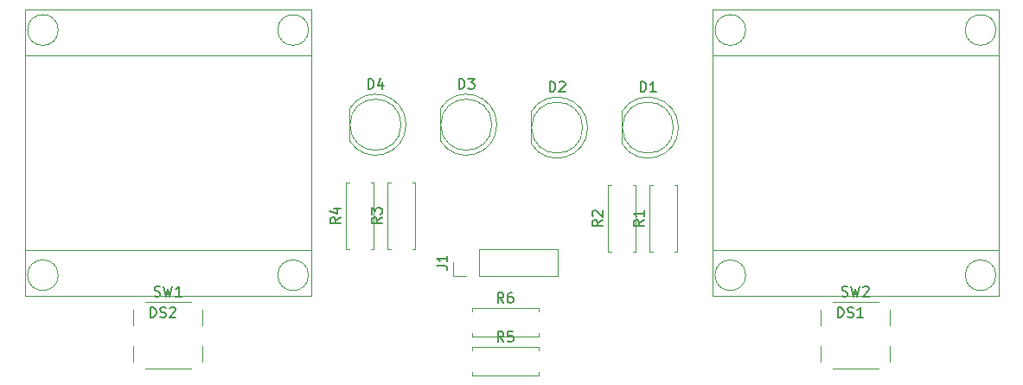
<source format=gbr>
%TF.GenerationSoftware,KiCad,Pcbnew,(6.0.5)*%
%TF.CreationDate,2022-08-06T13:23:44-04:00*%
%TF.ProjectId,RICM Greenpower Instrument Cluster,5249434d-2047-4726-9565-6e706f776572,rev?*%
%TF.SameCoordinates,Original*%
%TF.FileFunction,Legend,Top*%
%TF.FilePolarity,Positive*%
%FSLAX46Y46*%
G04 Gerber Fmt 4.6, Leading zero omitted, Abs format (unit mm)*
G04 Created by KiCad (PCBNEW (6.0.5)) date 2022-08-06 13:23:44*
%MOMM*%
%LPD*%
G01*
G04 APERTURE LIST*
%ADD10C,0.150000*%
%ADD11C,0.120000*%
G04 APERTURE END LIST*
D10*
%TO.C,SW2*%
X79946666Y-26634761D02*
X80089523Y-26682380D01*
X80327619Y-26682380D01*
X80422857Y-26634761D01*
X80470476Y-26587142D01*
X80518095Y-26491904D01*
X80518095Y-26396666D01*
X80470476Y-26301428D01*
X80422857Y-26253809D01*
X80327619Y-26206190D01*
X80137142Y-26158571D01*
X80041904Y-26110952D01*
X79994285Y-26063333D01*
X79946666Y-25968095D01*
X79946666Y-25872857D01*
X79994285Y-25777619D01*
X80041904Y-25730000D01*
X80137142Y-25682380D01*
X80375238Y-25682380D01*
X80518095Y-25730000D01*
X80851428Y-25682380D02*
X81089523Y-26682380D01*
X81280000Y-25968095D01*
X81470476Y-26682380D01*
X81708571Y-25682380D01*
X82041904Y-25777619D02*
X82089523Y-25730000D01*
X82184761Y-25682380D01*
X82422857Y-25682380D01*
X82518095Y-25730000D01*
X82565714Y-25777619D01*
X82613333Y-25872857D01*
X82613333Y-25968095D01*
X82565714Y-26110952D01*
X81994285Y-26682380D01*
X82613333Y-26682380D01*
%TO.C,R3*%
X34912380Y-18962666D02*
X34436190Y-19296000D01*
X34912380Y-19534095D02*
X33912380Y-19534095D01*
X33912380Y-19153142D01*
X33960000Y-19057904D01*
X34007619Y-19010285D01*
X34102857Y-18962666D01*
X34245714Y-18962666D01*
X34340952Y-19010285D01*
X34388571Y-19057904D01*
X34436190Y-19153142D01*
X34436190Y-19534095D01*
X33912380Y-18629333D02*
X33912380Y-18010285D01*
X34293333Y-18343619D01*
X34293333Y-18200761D01*
X34340952Y-18105523D01*
X34388571Y-18057904D01*
X34483809Y-18010285D01*
X34721904Y-18010285D01*
X34817142Y-18057904D01*
X34864761Y-18105523D01*
X34912380Y-18200761D01*
X34912380Y-18486476D01*
X34864761Y-18581714D01*
X34817142Y-18629333D01*
%TO.C,D3*%
X42441904Y-6367380D02*
X42441904Y-5367380D01*
X42680000Y-5367380D01*
X42822857Y-5415000D01*
X42918095Y-5510238D01*
X42965714Y-5605476D01*
X43013333Y-5795952D01*
X43013333Y-5938809D01*
X42965714Y-6129285D01*
X42918095Y-6224523D01*
X42822857Y-6319761D01*
X42680000Y-6367380D01*
X42441904Y-6367380D01*
X43346666Y-5367380D02*
X43965714Y-5367380D01*
X43632380Y-5748333D01*
X43775238Y-5748333D01*
X43870476Y-5795952D01*
X43918095Y-5843571D01*
X43965714Y-5938809D01*
X43965714Y-6176904D01*
X43918095Y-6272142D01*
X43870476Y-6319761D01*
X43775238Y-6367380D01*
X43489523Y-6367380D01*
X43394285Y-6319761D01*
X43346666Y-6272142D01*
%TO.C,SW1*%
X12636666Y-26634761D02*
X12779523Y-26682380D01*
X13017619Y-26682380D01*
X13112857Y-26634761D01*
X13160476Y-26587142D01*
X13208095Y-26491904D01*
X13208095Y-26396666D01*
X13160476Y-26301428D01*
X13112857Y-26253809D01*
X13017619Y-26206190D01*
X12827142Y-26158571D01*
X12731904Y-26110952D01*
X12684285Y-26063333D01*
X12636666Y-25968095D01*
X12636666Y-25872857D01*
X12684285Y-25777619D01*
X12731904Y-25730000D01*
X12827142Y-25682380D01*
X13065238Y-25682380D01*
X13208095Y-25730000D01*
X13541428Y-25682380D02*
X13779523Y-26682380D01*
X13970000Y-25968095D01*
X14160476Y-26682380D01*
X14398571Y-25682380D01*
X15303333Y-26682380D02*
X14731904Y-26682380D01*
X15017619Y-26682380D02*
X15017619Y-25682380D01*
X14922380Y-25825238D01*
X14827142Y-25920476D01*
X14731904Y-25968095D01*
%TO.C,D1*%
X60221904Y-6652380D02*
X60221904Y-5652380D01*
X60460000Y-5652380D01*
X60602857Y-5700000D01*
X60698095Y-5795238D01*
X60745714Y-5890476D01*
X60793333Y-6080952D01*
X60793333Y-6223809D01*
X60745714Y-6414285D01*
X60698095Y-6509523D01*
X60602857Y-6604761D01*
X60460000Y-6652380D01*
X60221904Y-6652380D01*
X61745714Y-6652380D02*
X61174285Y-6652380D01*
X61460000Y-6652380D02*
X61460000Y-5652380D01*
X61364761Y-5795238D01*
X61269523Y-5890476D01*
X61174285Y-5938095D01*
%TO.C,J1*%
X40312380Y-23693333D02*
X41026666Y-23693333D01*
X41169523Y-23740952D01*
X41264761Y-23836190D01*
X41312380Y-23979047D01*
X41312380Y-24074285D01*
X41312380Y-22693333D02*
X41312380Y-23264761D01*
X41312380Y-22979047D02*
X40312380Y-22979047D01*
X40455238Y-23074285D01*
X40550476Y-23169523D01*
X40598095Y-23264761D01*
%TO.C,R1*%
X60566380Y-19216666D02*
X60090190Y-19550000D01*
X60566380Y-19788095D02*
X59566380Y-19788095D01*
X59566380Y-19407142D01*
X59614000Y-19311904D01*
X59661619Y-19264285D01*
X59756857Y-19216666D01*
X59899714Y-19216666D01*
X59994952Y-19264285D01*
X60042571Y-19311904D01*
X60090190Y-19407142D01*
X60090190Y-19788095D01*
X60566380Y-18264285D02*
X60566380Y-18835714D01*
X60566380Y-18550000D02*
X59566380Y-18550000D01*
X59709238Y-18645238D01*
X59804476Y-18740476D01*
X59852095Y-18835714D01*
%TO.C,D2*%
X51331904Y-6652380D02*
X51331904Y-5652380D01*
X51570000Y-5652380D01*
X51712857Y-5700000D01*
X51808095Y-5795238D01*
X51855714Y-5890476D01*
X51903333Y-6080952D01*
X51903333Y-6223809D01*
X51855714Y-6414285D01*
X51808095Y-6509523D01*
X51712857Y-6604761D01*
X51570000Y-6652380D01*
X51331904Y-6652380D01*
X52284285Y-5747619D02*
X52331904Y-5700000D01*
X52427142Y-5652380D01*
X52665238Y-5652380D01*
X52760476Y-5700000D01*
X52808095Y-5747619D01*
X52855714Y-5842857D01*
X52855714Y-5938095D01*
X52808095Y-6080952D01*
X52236666Y-6652380D01*
X52855714Y-6652380D01*
%TO.C,R6*%
X46823333Y-27292380D02*
X46490000Y-26816190D01*
X46251904Y-27292380D02*
X46251904Y-26292380D01*
X46632857Y-26292380D01*
X46728095Y-26340000D01*
X46775714Y-26387619D01*
X46823333Y-26482857D01*
X46823333Y-26625714D01*
X46775714Y-26720952D01*
X46728095Y-26768571D01*
X46632857Y-26816190D01*
X46251904Y-26816190D01*
X47680476Y-26292380D02*
X47490000Y-26292380D01*
X47394761Y-26340000D01*
X47347142Y-26387619D01*
X47251904Y-26530476D01*
X47204285Y-26720952D01*
X47204285Y-27101904D01*
X47251904Y-27197142D01*
X47299523Y-27244761D01*
X47394761Y-27292380D01*
X47585238Y-27292380D01*
X47680476Y-27244761D01*
X47728095Y-27197142D01*
X47775714Y-27101904D01*
X47775714Y-26863809D01*
X47728095Y-26768571D01*
X47680476Y-26720952D01*
X47585238Y-26673333D01*
X47394761Y-26673333D01*
X47299523Y-26720952D01*
X47251904Y-26768571D01*
X47204285Y-26863809D01*
%TO.C,DS2*%
X12235714Y-28727380D02*
X12235714Y-27727380D01*
X12473809Y-27727380D01*
X12616666Y-27775000D01*
X12711904Y-27870238D01*
X12759523Y-27965476D01*
X12807142Y-28155952D01*
X12807142Y-28298809D01*
X12759523Y-28489285D01*
X12711904Y-28584523D01*
X12616666Y-28679761D01*
X12473809Y-28727380D01*
X12235714Y-28727380D01*
X13188095Y-28679761D02*
X13330952Y-28727380D01*
X13569047Y-28727380D01*
X13664285Y-28679761D01*
X13711904Y-28632142D01*
X13759523Y-28536904D01*
X13759523Y-28441666D01*
X13711904Y-28346428D01*
X13664285Y-28298809D01*
X13569047Y-28251190D01*
X13378571Y-28203571D01*
X13283333Y-28155952D01*
X13235714Y-28108333D01*
X13188095Y-28013095D01*
X13188095Y-27917857D01*
X13235714Y-27822619D01*
X13283333Y-27775000D01*
X13378571Y-27727380D01*
X13616666Y-27727380D01*
X13759523Y-27775000D01*
X14140476Y-27822619D02*
X14188095Y-27775000D01*
X14283333Y-27727380D01*
X14521428Y-27727380D01*
X14616666Y-27775000D01*
X14664285Y-27822619D01*
X14711904Y-27917857D01*
X14711904Y-28013095D01*
X14664285Y-28155952D01*
X14092857Y-28727380D01*
X14711904Y-28727380D01*
%TO.C,R4*%
X30848380Y-18962666D02*
X30372190Y-19296000D01*
X30848380Y-19534095D02*
X29848380Y-19534095D01*
X29848380Y-19153142D01*
X29896000Y-19057904D01*
X29943619Y-19010285D01*
X30038857Y-18962666D01*
X30181714Y-18962666D01*
X30276952Y-19010285D01*
X30324571Y-19057904D01*
X30372190Y-19153142D01*
X30372190Y-19534095D01*
X30181714Y-18105523D02*
X30848380Y-18105523D01*
X29800761Y-18343619D02*
X30515047Y-18581714D01*
X30515047Y-17962666D01*
%TO.C,R2*%
X56502380Y-19216666D02*
X56026190Y-19550000D01*
X56502380Y-19788095D02*
X55502380Y-19788095D01*
X55502380Y-19407142D01*
X55550000Y-19311904D01*
X55597619Y-19264285D01*
X55692857Y-19216666D01*
X55835714Y-19216666D01*
X55930952Y-19264285D01*
X55978571Y-19311904D01*
X56026190Y-19407142D01*
X56026190Y-19788095D01*
X55597619Y-18835714D02*
X55550000Y-18788095D01*
X55502380Y-18692857D01*
X55502380Y-18454761D01*
X55550000Y-18359523D01*
X55597619Y-18311904D01*
X55692857Y-18264285D01*
X55788095Y-18264285D01*
X55930952Y-18311904D01*
X56502380Y-18883333D01*
X56502380Y-18264285D01*
%TO.C,R5*%
X46823333Y-31102380D02*
X46490000Y-30626190D01*
X46251904Y-31102380D02*
X46251904Y-30102380D01*
X46632857Y-30102380D01*
X46728095Y-30150000D01*
X46775714Y-30197619D01*
X46823333Y-30292857D01*
X46823333Y-30435714D01*
X46775714Y-30530952D01*
X46728095Y-30578571D01*
X46632857Y-30626190D01*
X46251904Y-30626190D01*
X47728095Y-30102380D02*
X47251904Y-30102380D01*
X47204285Y-30578571D01*
X47251904Y-30530952D01*
X47347142Y-30483333D01*
X47585238Y-30483333D01*
X47680476Y-30530952D01*
X47728095Y-30578571D01*
X47775714Y-30673809D01*
X47775714Y-30911904D01*
X47728095Y-31007142D01*
X47680476Y-31054761D01*
X47585238Y-31102380D01*
X47347142Y-31102380D01*
X47251904Y-31054761D01*
X47204285Y-31007142D01*
%TO.C,DS1*%
X79545714Y-28727380D02*
X79545714Y-27727380D01*
X79783809Y-27727380D01*
X79926666Y-27775000D01*
X80021904Y-27870238D01*
X80069523Y-27965476D01*
X80117142Y-28155952D01*
X80117142Y-28298809D01*
X80069523Y-28489285D01*
X80021904Y-28584523D01*
X79926666Y-28679761D01*
X79783809Y-28727380D01*
X79545714Y-28727380D01*
X80498095Y-28679761D02*
X80640952Y-28727380D01*
X80879047Y-28727380D01*
X80974285Y-28679761D01*
X81021904Y-28632142D01*
X81069523Y-28536904D01*
X81069523Y-28441666D01*
X81021904Y-28346428D01*
X80974285Y-28298809D01*
X80879047Y-28251190D01*
X80688571Y-28203571D01*
X80593333Y-28155952D01*
X80545714Y-28108333D01*
X80498095Y-28013095D01*
X80498095Y-27917857D01*
X80545714Y-27822619D01*
X80593333Y-27775000D01*
X80688571Y-27727380D01*
X80926666Y-27727380D01*
X81069523Y-27775000D01*
X82021904Y-28727380D02*
X81450476Y-28727380D01*
X81736190Y-28727380D02*
X81736190Y-27727380D01*
X81640952Y-27870238D01*
X81545714Y-27965476D01*
X81450476Y-28013095D01*
%TO.C,D4*%
X33551904Y-6367380D02*
X33551904Y-5367380D01*
X33790000Y-5367380D01*
X33932857Y-5415000D01*
X34028095Y-5510238D01*
X34075714Y-5605476D01*
X34123333Y-5795952D01*
X34123333Y-5938809D01*
X34075714Y-6129285D01*
X34028095Y-6224523D01*
X33932857Y-6319761D01*
X33790000Y-6367380D01*
X33551904Y-6367380D01*
X34980476Y-5700714D02*
X34980476Y-6367380D01*
X34742380Y-5319761D02*
X34504285Y-6034047D01*
X35123333Y-6034047D01*
D11*
%TO.C,SW2*%
X83530000Y-27230000D02*
X79030000Y-27230000D01*
X77877600Y-31556000D02*
X77877600Y-33056000D01*
X84634000Y-29476000D02*
X84634000Y-27976000D01*
X79030000Y-33730000D02*
X83530000Y-33730000D01*
X84634000Y-33056000D02*
X84634000Y-31556000D01*
X77877600Y-27976000D02*
X77877600Y-29476000D01*
%TO.C,R3*%
X38200000Y-15526000D02*
X37870000Y-15526000D01*
X38200000Y-22066000D02*
X38200000Y-15526000D01*
X35460000Y-15526000D02*
X35790000Y-15526000D01*
X35790000Y-22066000D02*
X35460000Y-22066000D01*
X35460000Y-22066000D02*
X35460000Y-15526000D01*
X37870000Y-22066000D02*
X38200000Y-22066000D01*
%TO.C,D3*%
X40620000Y-8330000D02*
X40620000Y-11420000D01*
X40620000Y-11419830D02*
G75*
G03*
X46170000Y-9874538I2560000J1544830D01*
G01*
X46170000Y-9875462D02*
G75*
G03*
X40620000Y-8330170I-2990000J462D01*
G01*
X45680000Y-9875000D02*
G75*
G03*
X45680000Y-9875000I-2500000J0D01*
G01*
%TO.C,SW1*%
X10567600Y-27976000D02*
X10567600Y-29476000D01*
X17324000Y-33056000D02*
X17324000Y-31556000D01*
X17324000Y-29476000D02*
X17324000Y-27976000D01*
X16220000Y-27230000D02*
X11720000Y-27230000D01*
X10567600Y-31556000D02*
X10567600Y-33056000D01*
X11720000Y-33730000D02*
X16220000Y-33730000D01*
%TO.C,D1*%
X58400000Y-8615000D02*
X58400000Y-11705000D01*
X58400000Y-11704830D02*
G75*
G03*
X63950000Y-10159538I2560000J1544830D01*
G01*
X63950000Y-10160462D02*
G75*
G03*
X58400000Y-8615170I-2990000J462D01*
G01*
X63460000Y-10160000D02*
G75*
G03*
X63460000Y-10160000I-2500000J0D01*
G01*
%TO.C,J1*%
X43190000Y-24690000D02*
X41860000Y-24690000D01*
X44460000Y-24690000D02*
X52140000Y-24690000D01*
X52140000Y-24690000D02*
X52140000Y-22030000D01*
X44460000Y-24690000D02*
X44460000Y-22030000D01*
X41860000Y-24690000D02*
X41860000Y-23360000D01*
X44460000Y-22030000D02*
X52140000Y-22030000D01*
%TO.C,R1*%
X61444000Y-22320000D02*
X61114000Y-22320000D01*
X61114000Y-15780000D02*
X61444000Y-15780000D01*
X63854000Y-15780000D02*
X63524000Y-15780000D01*
X63854000Y-22320000D02*
X63854000Y-15780000D01*
X63524000Y-22320000D02*
X63854000Y-22320000D01*
X61114000Y-22320000D02*
X61114000Y-15780000D01*
%TO.C,D2*%
X49510000Y-8615000D02*
X49510000Y-11705000D01*
X55060000Y-10160462D02*
G75*
G03*
X49510000Y-8615170I-2990000J462D01*
G01*
X49510000Y-11704830D02*
G75*
G03*
X55060000Y-10159538I2560000J1544830D01*
G01*
X54570000Y-10160000D02*
G75*
G03*
X54570000Y-10160000I-2500000J0D01*
G01*
%TO.C,R6*%
X43720000Y-27840000D02*
X50260000Y-27840000D01*
X43720000Y-28170000D02*
X43720000Y-27840000D01*
X43720000Y-30580000D02*
X50260000Y-30580000D01*
X50260000Y-30580000D02*
X50260000Y-30250000D01*
X50260000Y-27840000D02*
X50260000Y-28170000D01*
X43720000Y-30250000D02*
X43720000Y-30580000D01*
%TO.C,DS2*%
X13970000Y-26605000D02*
X-30000Y-26605000D01*
X-30000Y-3105000D02*
X27970000Y-3105000D01*
X27970000Y1395000D02*
X27970000Y-26605000D01*
X27970000Y-26605000D02*
X13970000Y-26605000D01*
X-30000Y-26605000D02*
X-30000Y1395000D01*
X27970000Y-22105000D02*
X-30000Y-22105000D01*
X-30000Y1395000D02*
X27970000Y1395000D01*
X3220000Y-24605000D02*
G75*
G03*
X3220000Y-24605000I-1500000J0D01*
G01*
X27720000Y-24605000D02*
G75*
G03*
X27720000Y-24605000I-1500000J0D01*
G01*
X27720000Y-605000D02*
G75*
G03*
X27720000Y-605000I-1500000J0D01*
G01*
X3220000Y-605000D02*
G75*
G03*
X3220000Y-605000I-1500000J0D01*
G01*
%TO.C,R4*%
X31396000Y-15526000D02*
X31726000Y-15526000D01*
X34136000Y-15526000D02*
X33806000Y-15526000D01*
X31396000Y-22066000D02*
X31396000Y-15526000D01*
X34136000Y-22066000D02*
X34136000Y-15526000D01*
X33806000Y-22066000D02*
X34136000Y-22066000D01*
X31726000Y-22066000D02*
X31396000Y-22066000D01*
%TO.C,R2*%
X59790000Y-15780000D02*
X59460000Y-15780000D01*
X59790000Y-22320000D02*
X59790000Y-15780000D01*
X57380000Y-22320000D02*
X57050000Y-22320000D01*
X57050000Y-15780000D02*
X57380000Y-15780000D01*
X59460000Y-22320000D02*
X59790000Y-22320000D01*
X57050000Y-22320000D02*
X57050000Y-15780000D01*
%TO.C,R5*%
X50260000Y-34390000D02*
X50260000Y-34060000D01*
X50260000Y-31650000D02*
X50260000Y-31980000D01*
X43720000Y-34390000D02*
X50260000Y-34390000D01*
X43720000Y-34060000D02*
X43720000Y-34390000D01*
X43720000Y-31650000D02*
X50260000Y-31650000D01*
X43720000Y-31980000D02*
X43720000Y-31650000D01*
%TO.C,DS1*%
X81280000Y-26605000D02*
X67280000Y-26605000D01*
X95280000Y1395000D02*
X95280000Y-26605000D01*
X67280000Y1395000D02*
X95280000Y1395000D01*
X67280000Y-3105000D02*
X95280000Y-3105000D01*
X95280000Y-22105000D02*
X67280000Y-22105000D01*
X95280000Y-26605000D02*
X81280000Y-26605000D01*
X67280000Y-26605000D02*
X67280000Y1395000D01*
X95030000Y-605000D02*
G75*
G03*
X95030000Y-605000I-1500000J0D01*
G01*
X70530000Y-24605000D02*
G75*
G03*
X70530000Y-24605000I-1500000J0D01*
G01*
X95030000Y-24605000D02*
G75*
G03*
X95030000Y-24605000I-1500000J0D01*
G01*
X70530000Y-605000D02*
G75*
G03*
X70530000Y-605000I-1500000J0D01*
G01*
%TO.C,D4*%
X31730000Y-8330000D02*
X31730000Y-11420000D01*
X31730000Y-11419830D02*
G75*
G03*
X37280000Y-9874538I2560000J1544830D01*
G01*
X37280000Y-9875462D02*
G75*
G03*
X31730000Y-8330170I-2990000J462D01*
G01*
X36790000Y-9875000D02*
G75*
G03*
X36790000Y-9875000I-2500000J0D01*
G01*
%TD*%
M02*

</source>
